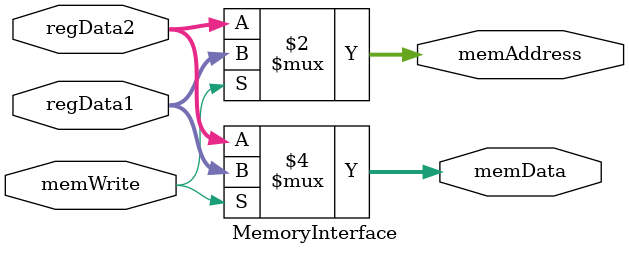
<source format=v>

module MemoryInterface(
    input       [15:0] regData1,
    input       [15:0] regData2,
    input              memWrite,
    output      [15:0] memAddress,
    output      [15:0] memData
);
    assign memAddress   = (memWrite == 1'b1) ? regData1 : regData2;
    assign memData      = (memWrite == 1'b0) ? regData2 : regData1;
endmodule

</source>
